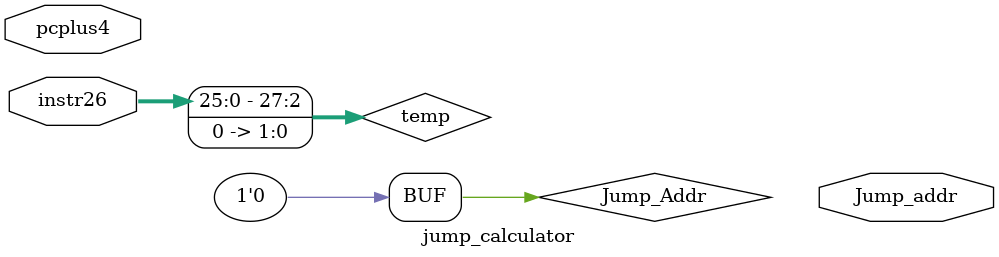
<source format=v>
`timescale 1ns / 1ps


module jump_calculator(
    input [25:0] instr26,
    input [3:0] pcplus4,
    output [31:0] Jump_addr
    );
    
    wire [27:0] temp;
    assign temp = instr26<<2;
    assign Jump_Addr = {pcplus4, temp};
    
endmodule

</source>
